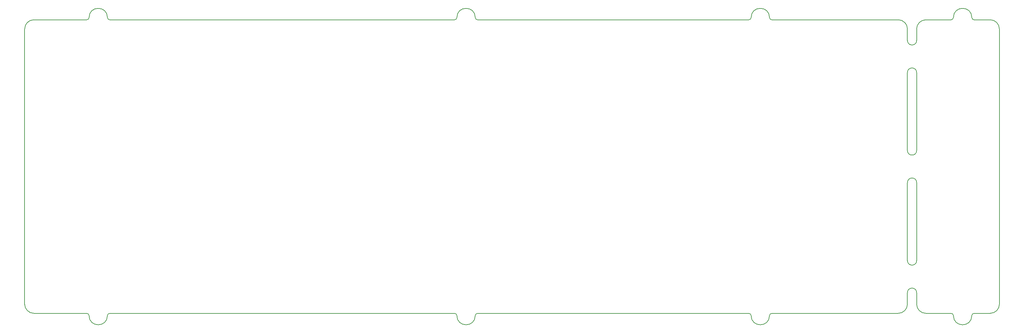
<source format=gbr>
G04 #@! TF.GenerationSoftware,KiCad,Pcbnew,(5.1.10-1-10_14)*
G04 #@! TF.CreationDate,2021-08-09T18:52:42-05:00*
G04 #@! TF.ProjectId,ori_bottom_plate,6f72695f-626f-4747-946f-6d5f706c6174,rev?*
G04 #@! TF.SameCoordinates,Original*
G04 #@! TF.FileFunction,Profile,NP*
%FSLAX46Y46*%
G04 Gerber Fmt 4.6, Leading zero omitted, Abs format (unit mm)*
G04 Created by KiCad (PCBNEW (5.1.10-1-10_14)) date 2021-08-09 18:52:42*
%MOMM*%
%LPD*%
G01*
G04 APERTURE LIST*
G04 #@! TA.AperFunction,Profile*
%ADD10C,0.150000*%
G04 #@! TD*
G04 APERTURE END LIST*
D10*
X392337567Y-116668952D02*
X396505150Y-116669080D01*
X379836330Y-116669080D02*
X386384437Y-116668952D01*
X391742254Y-117264265D02*
G75*
G02*
X386979750Y-117264265I-2381252J0D01*
G01*
X391742254Y-117264265D02*
G75*
G02*
X392337567Y-116668952I595313J0D01*
G01*
X386384437Y-116668952D02*
G75*
G02*
X386979750Y-117264265I0J-595313D01*
G01*
X392337567Y-40468888D02*
X396505150Y-40468760D01*
X379836330Y-40468760D02*
X386384437Y-40468888D01*
X339950023Y-40468888D02*
X372692550Y-40468760D01*
X263749959Y-40468888D02*
X333996893Y-40468888D01*
X168499879Y-40468888D02*
X257796829Y-40468888D01*
X148854110Y-40468760D02*
X162546749Y-40468888D01*
X162546749Y-116668952D02*
X148854110Y-116669080D01*
X257796829Y-116668952D02*
X168499879Y-116668952D01*
X333996893Y-116668952D02*
X263749959Y-116668952D01*
X339950023Y-116668952D02*
X372692550Y-116669080D01*
X339354710Y-117264265D02*
G75*
G02*
X334592206Y-117264265I-2381252J0D01*
G01*
X339354710Y-117264265D02*
G75*
G02*
X339950023Y-116668952I595313J0D01*
G01*
X333996893Y-116668952D02*
G75*
G02*
X334592206Y-117264265I0J-595313D01*
G01*
X263154646Y-117264265D02*
G75*
G02*
X258392142Y-117264265I-2381252J0D01*
G01*
X263154646Y-117264265D02*
G75*
G02*
X263749959Y-116668952I595313J0D01*
G01*
X257796829Y-116668952D02*
G75*
G02*
X258392142Y-117264265I0J-595313D01*
G01*
X167904566Y-117264265D02*
G75*
G02*
X163142062Y-117264265I-2381252J0D01*
G01*
X167904566Y-117264265D02*
G75*
G02*
X168499879Y-116668952I595313J0D01*
G01*
X162546749Y-116668952D02*
G75*
G02*
X163142062Y-117264265I0J-595313D01*
G01*
X163142062Y-39873575D02*
G75*
G02*
X167904566Y-39873575I2381252J0D01*
G01*
X163142062Y-39873575D02*
G75*
G02*
X162546749Y-40468888I-595313J0D01*
G01*
X168499879Y-40468888D02*
G75*
G02*
X167904566Y-39873575I0J595313D01*
G01*
X258392142Y-39873575D02*
G75*
G02*
X263154646Y-39873575I2381252J0D01*
G01*
X258392142Y-39873575D02*
G75*
G02*
X257796829Y-40468888I-595313J0D01*
G01*
X263749959Y-40468888D02*
G75*
G02*
X263154646Y-39873575I0J595313D01*
G01*
X334592206Y-39873575D02*
G75*
G02*
X339354710Y-39873575I2381252J0D01*
G01*
X334592206Y-39873575D02*
G75*
G02*
X333996893Y-40468888I-595313J0D01*
G01*
X339950023Y-40468888D02*
G75*
G02*
X339354710Y-39873575I0J595313D01*
G01*
X386979750Y-39873575D02*
G75*
G02*
X386384437Y-40468888I-595313J0D01*
G01*
X392337567Y-40468888D02*
G75*
G02*
X391742254Y-39873575I0J595313D01*
G01*
X386979750Y-39873575D02*
G75*
G02*
X391742254Y-39873575I2381252J0D01*
G01*
X146472850Y-42850020D02*
X146472850Y-114287820D01*
X377455070Y-111311245D02*
X377455070Y-114287820D01*
X375073810Y-111311245D02*
X375073810Y-114287820D01*
X375073810Y-82736125D02*
X375073810Y-102976835D01*
X377455070Y-82736125D02*
X377455070Y-102976835D01*
X377455070Y-74401715D02*
X377455070Y-54161005D01*
X375073810Y-54161005D02*
X375073810Y-74401715D01*
X377455070Y-42850020D02*
X377455070Y-45826595D01*
X398886410Y-114287820D02*
X398886410Y-42850020D01*
X375073810Y-42850020D02*
X375073810Y-45826595D01*
X377455070Y-42850020D02*
G75*
G02*
X379836330Y-40468760I2381260J0D01*
G01*
X379836330Y-116669080D02*
G75*
G02*
X377455070Y-114287820I0J2381260D01*
G01*
X375073810Y-111311245D02*
G75*
G02*
X377455070Y-111311245I1190630J0D01*
G01*
X377455070Y-102976835D02*
G75*
G02*
X375073810Y-102976835I-1190630J0D01*
G01*
X375073810Y-82736125D02*
G75*
G02*
X377455070Y-82736125I1190630J0D01*
G01*
X377455070Y-74401715D02*
G75*
G02*
X375073810Y-74401715I-1190630J0D01*
G01*
X375073810Y-54161005D02*
G75*
G02*
X377455070Y-54161005I1190630J0D01*
G01*
X377455070Y-45826595D02*
G75*
G02*
X375073810Y-45826595I-1190630J0D01*
G01*
X396505150Y-40468760D02*
G75*
G02*
X398886410Y-42850020I0J-2381260D01*
G01*
X398886410Y-114287820D02*
G75*
G02*
X396505150Y-116669080I-2381260J0D01*
G01*
X372692550Y-40468760D02*
G75*
G02*
X375073810Y-42850020I0J-2381260D01*
G01*
X375073810Y-114287820D02*
G75*
G02*
X372692550Y-116669080I-2381260J0D01*
G01*
X148854110Y-116669080D02*
G75*
G02*
X146472850Y-114287820I0J2381260D01*
G01*
X146472850Y-42850020D02*
G75*
G02*
X148854110Y-40468760I2381260J0D01*
G01*
M02*

</source>
